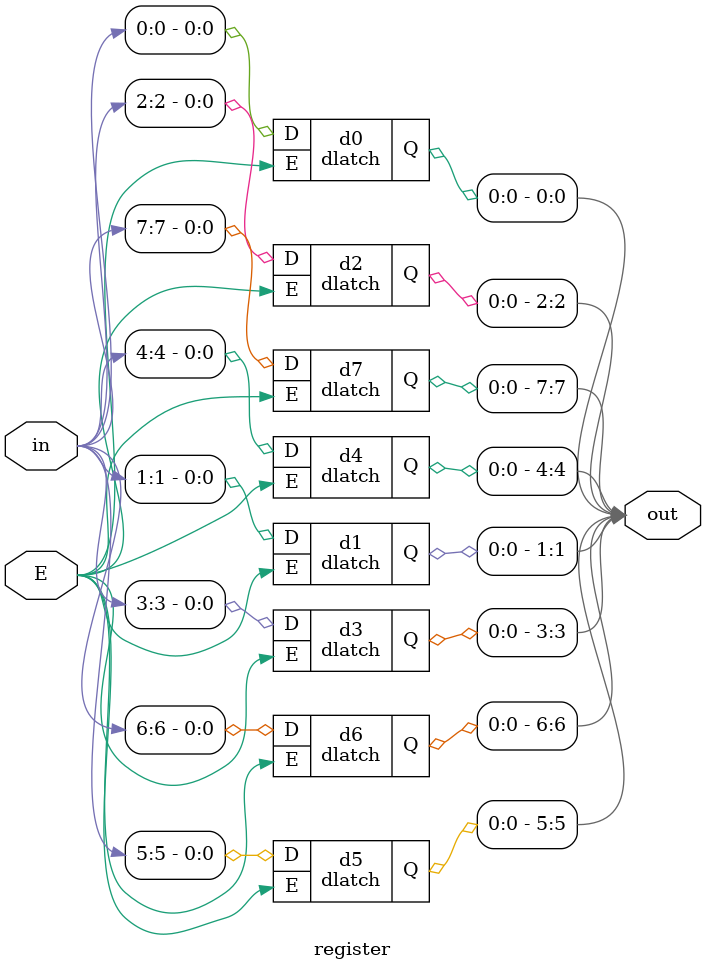
<source format=v>
module dlatch(Q, D, E);
	output Q;
	input D, E;
	
	wire wto1, back1, back2;
	wire notD;

	not n0(notD, D);
	nand n1(Q, wto1, back1);
	nand n2(wto1, Q, back2);
	nand n3(back1, D, E);
	nand n3(back2, notD, E);
endmodule

module register(out, in, E);
	output[7:0] out;
	input [7:0] in;
	input E;

	dlatch d0(out[0], in[0], E);
	dlatch d1(out[1], in[1], E);
	dlatch d2(out[2], in[2], E);
	dlatch d3(out[3], in[3], E);
	dlatch d4(out[4], in[4], E);
	dlatch d5(out[5], in[5], E);
	dlatch d6(out[6], in[6], E);
	dlatch d7(out[7], in[7], E);
endmodule

</source>
